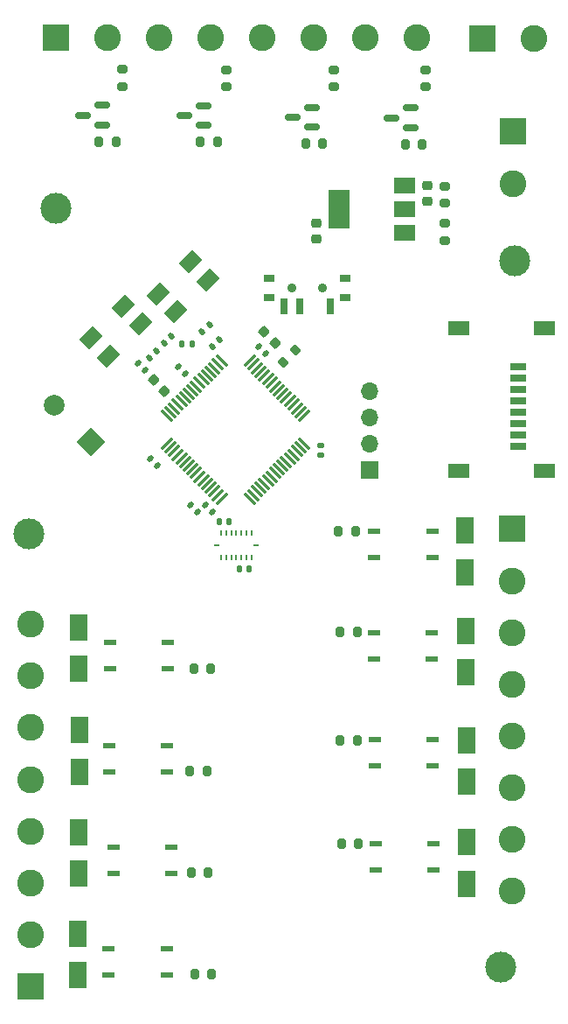
<source format=gts>
G04 #@! TF.GenerationSoftware,KiCad,Pcbnew,(6.0.7)*
G04 #@! TF.CreationDate,2023-04-24T21:56:03-07:00*
G04 #@! TF.ProjectId,OBC-Attempt-2,4f42432d-4174-4746-956d-70742d322e6b,rev?*
G04 #@! TF.SameCoordinates,Original*
G04 #@! TF.FileFunction,Soldermask,Top*
G04 #@! TF.FilePolarity,Negative*
%FSLAX46Y46*%
G04 Gerber Fmt 4.6, Leading zero omitted, Abs format (unit mm)*
G04 Created by KiCad (PCBNEW (6.0.7)) date 2023-04-24 21:56:03*
%MOMM*%
%LPD*%
G01*
G04 APERTURE LIST*
G04 Aperture macros list*
%AMRoundRect*
0 Rectangle with rounded corners*
0 $1 Rounding radius*
0 $2 $3 $4 $5 $6 $7 $8 $9 X,Y pos of 4 corners*
0 Add a 4 corners polygon primitive as box body*
4,1,4,$2,$3,$4,$5,$6,$7,$8,$9,$2,$3,0*
0 Add four circle primitives for the rounded corners*
1,1,$1+$1,$2,$3*
1,1,$1+$1,$4,$5*
1,1,$1+$1,$6,$7*
1,1,$1+$1,$8,$9*
0 Add four rect primitives between the rounded corners*
20,1,$1+$1,$2,$3,$4,$5,0*
20,1,$1+$1,$4,$5,$6,$7,0*
20,1,$1+$1,$6,$7,$8,$9,0*
20,1,$1+$1,$8,$9,$2,$3,0*%
%AMRotRect*
0 Rectangle, with rotation*
0 The origin of the aperture is its center*
0 $1 length*
0 $2 width*
0 $3 Rotation angle, in degrees counterclockwise*
0 Add horizontal line*
21,1,$1,$2,0,0,$3*%
G04 Aperture macros list end*
%ADD10RoundRect,0.200000X0.200000X0.275000X-0.200000X0.275000X-0.200000X-0.275000X0.200000X-0.275000X0*%
%ADD11RoundRect,0.200000X-0.200000X-0.275000X0.200000X-0.275000X0.200000X0.275000X-0.200000X0.275000X0*%
%ADD12R,1.800000X2.500000*%
%ADD13RoundRect,0.150000X0.587500X0.150000X-0.587500X0.150000X-0.587500X-0.150000X0.587500X-0.150000X0*%
%ADD14RoundRect,0.140000X0.219203X0.021213X0.021213X0.219203X-0.219203X-0.021213X-0.021213X-0.219203X0*%
%ADD15RoundRect,0.140000X-0.219203X-0.021213X-0.021213X-0.219203X0.219203X0.021213X0.021213X0.219203X0*%
%ADD16R,0.254000X0.482600*%
%ADD17R,0.482600X0.254000*%
%ADD18R,1.300000X0.600000*%
%ADD19RoundRect,0.140000X-0.140000X-0.170000X0.140000X-0.170000X0.140000X0.170000X-0.140000X0.170000X0*%
%ADD20C,3.000000*%
%ADD21R,2.000000X1.500000*%
%ADD22R,2.000000X3.800000*%
%ADD23RoundRect,0.140000X0.021213X-0.219203X0.219203X-0.021213X-0.021213X0.219203X-0.219203X0.021213X0*%
%ADD24RoundRect,0.140000X-0.170000X0.140000X-0.170000X-0.140000X0.170000X-0.140000X0.170000X0.140000X0*%
%ADD25RoundRect,0.225000X-0.250000X0.225000X-0.250000X-0.225000X0.250000X-0.225000X0.250000X0.225000X0*%
%ADD26RoundRect,0.200000X0.275000X-0.200000X0.275000X0.200000X-0.275000X0.200000X-0.275000X-0.200000X0*%
%ADD27RoundRect,0.140000X0.140000X0.170000X-0.140000X0.170000X-0.140000X-0.170000X0.140000X-0.170000X0*%
%ADD28C,0.900000*%
%ADD29R,0.700000X1.500000*%
%ADD30R,1.000000X0.800000*%
%ADD31RoundRect,0.200000X-0.275000X0.200000X-0.275000X-0.200000X0.275000X-0.200000X0.275000X0.200000X0*%
%ADD32RoundRect,0.225000X0.335876X0.017678X0.017678X0.335876X-0.335876X-0.017678X-0.017678X-0.335876X0*%
%ADD33RoundRect,0.140000X-0.021213X0.219203X-0.219203X0.021213X0.021213X-0.219203X0.219203X-0.021213X0*%
%ADD34RotRect,1.400000X1.800000X315.000000*%
%ADD35RoundRect,0.200000X0.053033X-0.335876X0.335876X-0.053033X-0.053033X0.335876X-0.335876X0.053033X0*%
%ADD36R,1.500000X0.800000*%
%ADD37R,2.000000X1.450000*%
%ADD38RoundRect,0.075000X-0.548008X0.441942X0.441942X-0.548008X0.548008X-0.441942X-0.441942X0.548008X0*%
%ADD39RoundRect,0.075000X-0.548008X-0.441942X-0.441942X-0.548008X0.548008X0.441942X0.441942X0.548008X0*%
%ADD40R,2.600000X2.600000*%
%ADD41C,2.600000*%
%ADD42RotRect,2.000000X2.000000X135.000000*%
%ADD43C,2.000000*%
%ADD44R,1.700000X1.700000*%
%ADD45O,1.700000X1.700000*%
G04 APERTURE END LIST*
D10*
X62190000Y-98480400D03*
X60540000Y-98480400D03*
D11*
X45968400Y-101464200D03*
X47618400Y-101464200D03*
D12*
X35263400Y-101514200D03*
X35263400Y-97514200D03*
D13*
X57832100Y-39153200D03*
X57832100Y-37253200D03*
X55957100Y-38203200D03*
D14*
X45519411Y-63019411D03*
X44840589Y-62340589D03*
D15*
X46020589Y-75710589D03*
X46699411Y-76389411D03*
D12*
X35173400Y-111374200D03*
X35173400Y-107374200D03*
D16*
X51989800Y-80767500D03*
X51489801Y-80767500D03*
X50989799Y-80767500D03*
X50489800Y-80767500D03*
X49989801Y-80767500D03*
X49489799Y-80767500D03*
X48989800Y-80767500D03*
D17*
X48578500Y-79611800D03*
D16*
X48989800Y-78456100D03*
X49489799Y-78456100D03*
X49989801Y-78456100D03*
X50489800Y-78456100D03*
X50989799Y-78456100D03*
X51489801Y-78456100D03*
X51989800Y-78456100D03*
D17*
X52401100Y-79611800D03*
D18*
X43843400Y-91510400D03*
X43843400Y-88970400D03*
X38243400Y-88970400D03*
X38243400Y-91510400D03*
D19*
X50770000Y-81930000D03*
X51730000Y-81930000D03*
D11*
X57225000Y-40760000D03*
X58875000Y-40760000D03*
D20*
X77470000Y-52070000D03*
D18*
X63853400Y-88050400D03*
X63853400Y-90590400D03*
X69453400Y-90590400D03*
X69453400Y-88050400D03*
D13*
X47316500Y-38975400D03*
X47316500Y-37075400D03*
X45441500Y-38025400D03*
D21*
X66780000Y-49400000D03*
X66780000Y-47100000D03*
D22*
X60480000Y-47100000D03*
D21*
X66780000Y-44800000D03*
D23*
X47190589Y-58979411D03*
X47869411Y-58300589D03*
D11*
X46435000Y-121060000D03*
X48085000Y-121060000D03*
D18*
X63963400Y-108460400D03*
X63963400Y-111000400D03*
X69563400Y-111000400D03*
X69563400Y-108460400D03*
D24*
X58660000Y-69950000D03*
X58660000Y-70910000D03*
D10*
X62035000Y-78240000D03*
X60385000Y-78240000D03*
D25*
X58220000Y-48445000D03*
X58220000Y-49995000D03*
D18*
X63863400Y-78240400D03*
X63863400Y-80780400D03*
X69463400Y-80780400D03*
X69463400Y-78240400D03*
D26*
X39440000Y-35215000D03*
X39440000Y-33565000D03*
D18*
X43763400Y-101494200D03*
X43763400Y-98954200D03*
X38163400Y-98954200D03*
X38163400Y-101494200D03*
D10*
X62310000Y-108460000D03*
X60660000Y-108460000D03*
D27*
X49770000Y-77290000D03*
X48810000Y-77290000D03*
D14*
X42859411Y-71919411D03*
X42180589Y-71240589D03*
D28*
X55850000Y-54710000D03*
X58850000Y-54710000D03*
D29*
X59600000Y-56460000D03*
X56600000Y-56460000D03*
X55100000Y-56460000D03*
D30*
X61000000Y-55675000D03*
X61000000Y-53745000D03*
X53700000Y-53745000D03*
X53700000Y-55675000D03*
D13*
X37537500Y-38950000D03*
X37537500Y-37050000D03*
X35662500Y-38000000D03*
D25*
X69020000Y-44815000D03*
X69020000Y-46365000D03*
D23*
X48170589Y-60389411D03*
X48849411Y-59710589D03*
D13*
X67382500Y-39204000D03*
X67382500Y-37304000D03*
X65507500Y-38254000D03*
D10*
X62205000Y-88010000D03*
X60555000Y-88010000D03*
D18*
X44213400Y-111360400D03*
X44213400Y-108820400D03*
X38613400Y-108820400D03*
X38613400Y-111360400D03*
D31*
X70690000Y-44865000D03*
X70690000Y-46515000D03*
D27*
X46200000Y-60130000D03*
X45240000Y-60130000D03*
D12*
X35133400Y-121174200D03*
X35133400Y-117174200D03*
D32*
X43548008Y-64678008D03*
X42451992Y-63581992D03*
D11*
X46995000Y-40570000D03*
X48645000Y-40570000D03*
D12*
X72693400Y-87900400D03*
X72693400Y-91900400D03*
D20*
X76123400Y-120410400D03*
D26*
X68820000Y-35265000D03*
X68820000Y-33615000D03*
D33*
X42759411Y-60790589D03*
X42080589Y-61469411D03*
D26*
X49540000Y-35265000D03*
X49540000Y-33615000D03*
D11*
X46108400Y-111254200D03*
X47758400Y-111254200D03*
D14*
X41649411Y-62669411D03*
X40970589Y-61990589D03*
D12*
X72803400Y-98470400D03*
X72803400Y-102470400D03*
D11*
X66840000Y-40790000D03*
X68490000Y-40790000D03*
D20*
X30403400Y-78500400D03*
D34*
X46015907Y-52214637D03*
X42904637Y-55325907D03*
X44601693Y-57022963D03*
X47712963Y-53911693D03*
D11*
X46365000Y-91530000D03*
X48015000Y-91530000D03*
D12*
X72763400Y-108350400D03*
X72763400Y-112350400D03*
D35*
X55046637Y-61933363D03*
X56213363Y-60766637D03*
D15*
X52640589Y-60360589D03*
X53319411Y-61039411D03*
D36*
X77763900Y-62315400D03*
X77763900Y-63415400D03*
X77763900Y-64515400D03*
X77763900Y-65615400D03*
X77763900Y-66715400D03*
X77763900Y-67815400D03*
X77763900Y-68915400D03*
X77763900Y-70015400D03*
D37*
X80363900Y-72390400D03*
X80363900Y-58640400D03*
X72063900Y-72390400D03*
X72063900Y-58640400D03*
D12*
X72663400Y-78190400D03*
X72663400Y-82190400D03*
D38*
X49056697Y-61768241D03*
X48703144Y-62121794D03*
X48349591Y-62475347D03*
X47996037Y-62828901D03*
X47642484Y-63182454D03*
X47288930Y-63536008D03*
X46935377Y-63889561D03*
X46581824Y-64243114D03*
X46228270Y-64596668D03*
X45874717Y-64950221D03*
X45521164Y-65303774D03*
X45167610Y-65657328D03*
X44814057Y-66010881D03*
X44460503Y-66364435D03*
X44106950Y-66717988D03*
X43753397Y-67071541D03*
D39*
X43753397Y-69793903D03*
X44106950Y-70147456D03*
X44460503Y-70501009D03*
X44814057Y-70854563D03*
X45167610Y-71208116D03*
X45521164Y-71561670D03*
X45874717Y-71915223D03*
X46228270Y-72268776D03*
X46581824Y-72622330D03*
X46935377Y-72975883D03*
X47288930Y-73329436D03*
X47642484Y-73682990D03*
X47996037Y-74036543D03*
X48349591Y-74390097D03*
X48703144Y-74743650D03*
X49056697Y-75097203D03*
D38*
X51779059Y-75097203D03*
X52132612Y-74743650D03*
X52486165Y-74390097D03*
X52839719Y-74036543D03*
X53193272Y-73682990D03*
X53546826Y-73329436D03*
X53900379Y-72975883D03*
X54253932Y-72622330D03*
X54607486Y-72268776D03*
X54961039Y-71915223D03*
X55314592Y-71561670D03*
X55668146Y-71208116D03*
X56021699Y-70854563D03*
X56375253Y-70501009D03*
X56728806Y-70147456D03*
X57082359Y-69793903D03*
D39*
X57082359Y-67071541D03*
X56728806Y-66717988D03*
X56375253Y-66364435D03*
X56021699Y-66010881D03*
X55668146Y-65657328D03*
X55314592Y-65303774D03*
X54961039Y-64950221D03*
X54607486Y-64596668D03*
X54253932Y-64243114D03*
X53900379Y-63889561D03*
X53546826Y-63536008D03*
X53193272Y-63182454D03*
X52839719Y-62828901D03*
X52486165Y-62475347D03*
X52132612Y-62121794D03*
X51779059Y-61768241D03*
D14*
X48139411Y-76379411D03*
X47460589Y-75700589D03*
D20*
X33020000Y-46990000D03*
D26*
X59900000Y-35255000D03*
X59900000Y-33605000D03*
D34*
X39500940Y-56471120D03*
X36389670Y-59582390D03*
X38086726Y-61279446D03*
X41197996Y-58168176D03*
D11*
X37185000Y-40600000D03*
X38835000Y-40600000D03*
D32*
X54248008Y-60068008D03*
X53151992Y-58971992D03*
D18*
X43723400Y-121180400D03*
X43723400Y-118640400D03*
X38123400Y-118640400D03*
X38123400Y-121180400D03*
X63893400Y-98430400D03*
X63893400Y-100970400D03*
X69493400Y-100970400D03*
X69493400Y-98430400D03*
D23*
X43534422Y-60027494D03*
X44213244Y-59348672D03*
D31*
X70710000Y-48465000D03*
X70710000Y-50115000D03*
D12*
X35183400Y-91524200D03*
X35183400Y-87524200D03*
D40*
X77305000Y-39600000D03*
D41*
X77305000Y-44600000D03*
D40*
X33000000Y-30495000D03*
D41*
X38000000Y-30495000D03*
X43000000Y-30495000D03*
X48000000Y-30495000D03*
X53000000Y-30495000D03*
X58000000Y-30495000D03*
X63000000Y-30495000D03*
X68000000Y-30495000D03*
D42*
X36417006Y-69607006D03*
D43*
X32881472Y-66071472D03*
D44*
X63393600Y-72312600D03*
D45*
X63393600Y-69772600D03*
X63393600Y-67232600D03*
X63393600Y-64692600D03*
D40*
X30578400Y-122260400D03*
D41*
X30578400Y-117260400D03*
X30578400Y-112260400D03*
X30578400Y-107260400D03*
X30578400Y-102260400D03*
X30578400Y-97260400D03*
X30578400Y-92260400D03*
X30578400Y-87260400D03*
D40*
X77243400Y-78040400D03*
D41*
X77243400Y-83040400D03*
X77243400Y-88040400D03*
X77243400Y-93040400D03*
X77243400Y-98040400D03*
X77243400Y-103040400D03*
X77243400Y-108040400D03*
X77243400Y-113040400D03*
D40*
X74300000Y-30600000D03*
D41*
X79300000Y-30600000D03*
M02*

</source>
